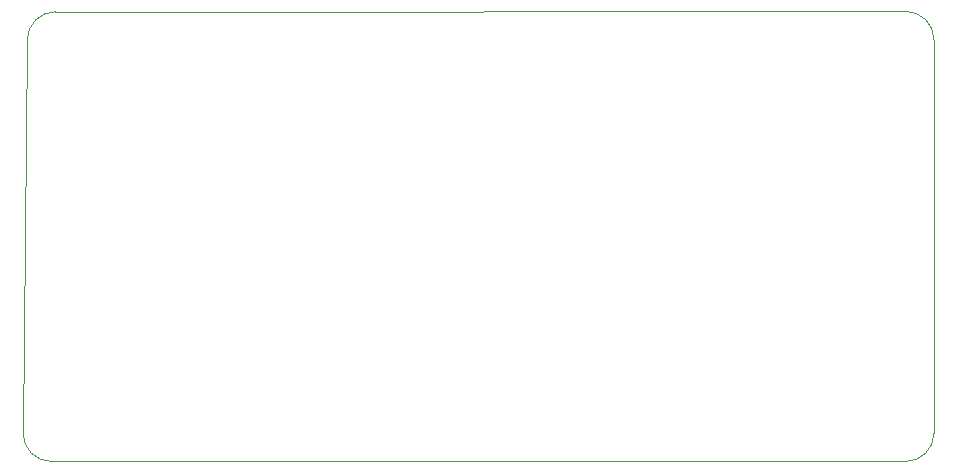
<source format=gm1>
%TF.GenerationSoftware,KiCad,Pcbnew,(5.1.6)-1*%
%TF.CreationDate,2020-06-28T09:04:37-05:00*%
%TF.ProjectId,PcbTUT,50636254-5554-42e6-9b69-6361645f7063,rev?*%
%TF.SameCoordinates,Original*%
%TF.FileFunction,Profile,NP*%
%FSLAX46Y46*%
G04 Gerber Fmt 4.6, Leading zero omitted, Abs format (unit mm)*
G04 Created by KiCad (PCBNEW (5.1.6)-1) date 2020-06-28 09:04:37*
%MOMM*%
%LPD*%
G01*
G04 APERTURE LIST*
%TA.AperFunction,Profile*%
%ADD10C,0.050000*%
%TD*%
G04 APERTURE END LIST*
D10*
X64166750Y-115093750D02*
X64516000Y-81788000D01*
X138906250Y-117475000D02*
X66548000Y-117475000D01*
X141287500Y-81756250D02*
X141287500Y-115093750D01*
X66897250Y-79406750D02*
X138906250Y-79375000D01*
X64516000Y-81788000D02*
G75*
G02*
X66897250Y-79406750I2381250J0D01*
G01*
X66548000Y-117475000D02*
G75*
G02*
X64166750Y-115093750I0J2381250D01*
G01*
X141287500Y-115093750D02*
G75*
G02*
X138906250Y-117475000I-2381250J0D01*
G01*
X138906250Y-79375000D02*
G75*
G02*
X141287500Y-81756250I0J-2381250D01*
G01*
M02*

</source>
